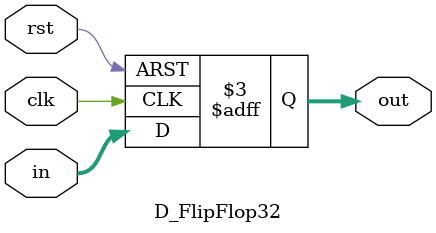
<source format=v>
module D_FlipFlop32(clk,rst,in,out);
input clk,rst;
input[31:0]in;
output reg [31:0]out;

always @(posedge clk or negedge rst)
if(!rst)
	out<=0;
else
	out<=in;
	
	
endmodule

</source>
